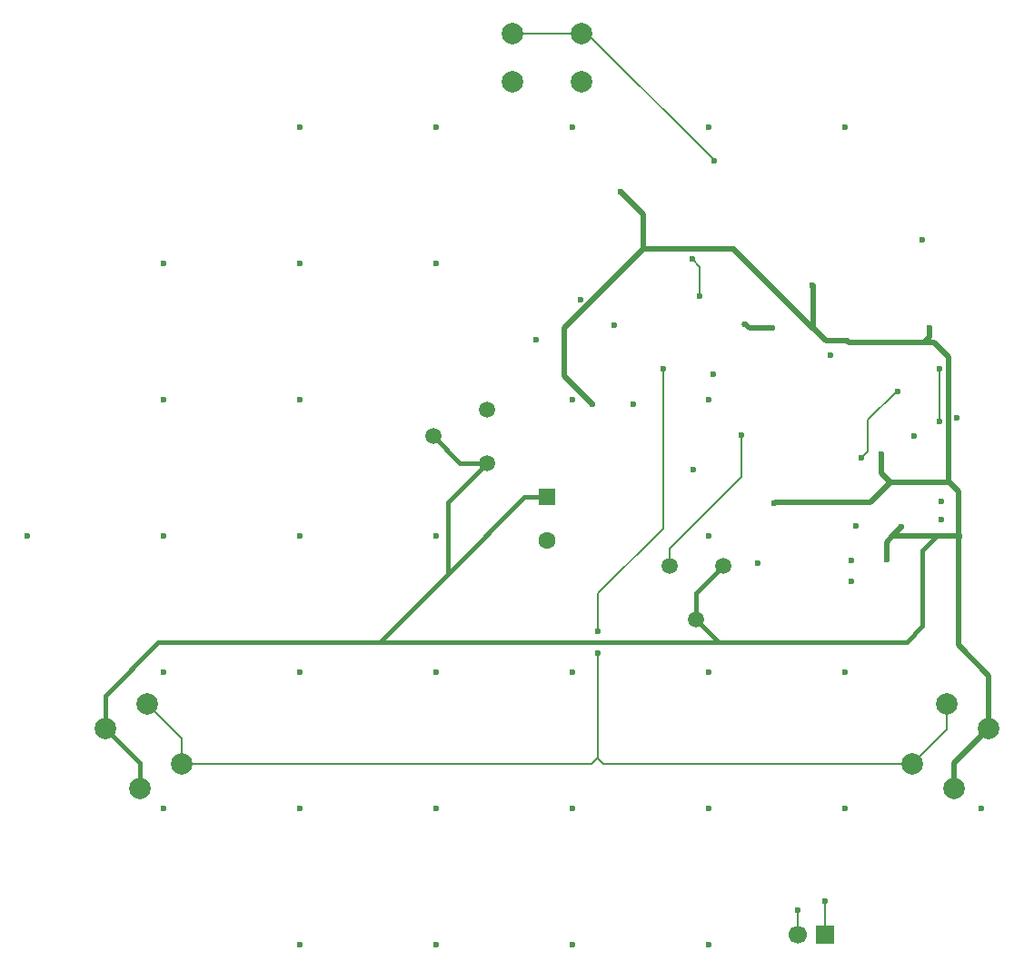
<source format=gbr>
%TF.GenerationSoftware,KiCad,Pcbnew,9.0.1*%
%TF.CreationDate,2025-05-12T19:59:27-03:00*%
%TF.ProjectId,proyecto_desarrollo,70726f79-6563-4746-9f5f-646573617272,rev?*%
%TF.SameCoordinates,Original*%
%TF.FileFunction,Copper,L4,Bot*%
%TF.FilePolarity,Positive*%
%FSLAX46Y46*%
G04 Gerber Fmt 4.6, Leading zero omitted, Abs format (unit mm)*
G04 Created by KiCad (PCBNEW 9.0.1) date 2025-05-12 19:59:27*
%MOMM*%
%LPD*%
G01*
G04 APERTURE LIST*
%TA.AperFunction,ComponentPad*%
%ADD10C,1.498600*%
%TD*%
%TA.AperFunction,ComponentPad*%
%ADD11C,2.000000*%
%TD*%
%TA.AperFunction,ComponentPad*%
%ADD12R,1.700000X1.700000*%
%TD*%
%TA.AperFunction,ComponentPad*%
%ADD13C,1.700000*%
%TD*%
%TA.AperFunction,ComponentPad*%
%ADD14R,1.600000X1.600000*%
%TD*%
%TA.AperFunction,ComponentPad*%
%ADD15C,1.600000*%
%TD*%
%TA.AperFunction,ViaPad*%
%ADD16C,0.600000*%
%TD*%
%TA.AperFunction,Conductor*%
%ADD17C,0.500000*%
%TD*%
%TA.AperFunction,Conductor*%
%ADD18C,0.400000*%
%TD*%
%TA.AperFunction,Conductor*%
%ADD19C,0.200000*%
%TD*%
G04 APERTURE END LIST*
D10*
%TO.P,RV2,1,1*%
%TO.N,+5V*%
X166400000Y-104400000D03*
%TO.P,RV2,2,2*%
X163900000Y-109400000D03*
%TO.P,RV2,3,3*%
%TO.N,Net-(U2-DIS)*%
X161400010Y-104400000D03*
%TD*%
D11*
%TO.P,SW3,1,A*%
%TO.N,/reset*%
X146750000Y-54750000D03*
X153250000Y-54750000D03*
%TO.P,SW3,2,B*%
%TO.N,GND*%
X146750000Y-59250000D03*
X153250000Y-59250000D03*
%TD*%
D12*
%TO.P,J2,1,Pin_1*%
%TO.N,Net-(J2-Pin_1)*%
X175900000Y-138800000D03*
D13*
%TO.P,J2,2,Pin_2*%
%TO.N,Net-(J2-Pin_2)*%
X173360000Y-138800000D03*
%TD*%
D10*
%TO.P,RV1,1,1*%
%TO.N,+5V*%
X144400000Y-94800000D03*
%TO.P,RV1,2,2*%
X139400000Y-92300000D03*
%TO.P,RV1,3,3*%
%TO.N,Net-(U1-DIS)*%
X144400000Y-89800010D03*
%TD*%
D11*
%TO.P,SW1,1,A*%
%TO.N,+5V*%
X191173558Y-119510418D03*
X187923558Y-125139583D03*
%TO.P,SW1,2,B*%
%TO.N,Net-(SW1-B)*%
X187276444Y-117260418D03*
X184026444Y-122889583D03*
%TD*%
%TO.P,SW2,1,A*%
%TO.N,+5V*%
X112076443Y-125139583D03*
X108826443Y-119510418D03*
%TO.P,SW2,2,B*%
%TO.N,Net-(SW1-B)*%
X115973557Y-122889583D03*
X112723557Y-117260418D03*
%TD*%
D14*
%TO.P,BZ1,1,+*%
%TO.N,+5V*%
X150000000Y-98000000D03*
D15*
%TO.P,BZ1,2,-*%
%TO.N,Net-(BZ1--)*%
X150000000Y-102000000D03*
%TD*%
D16*
%TO.N,/reset*%
X165550000Y-66600000D03*
%TO.N,+5V*%
X156850000Y-69550000D03*
X181125000Y-94000000D03*
X174800000Y-82250000D03*
X171150000Y-98550000D03*
X154200000Y-89300000D03*
X185600000Y-82200000D03*
X177900000Y-83400000D03*
X151600000Y-83200000D03*
X188425000Y-101600000D03*
X167325000Y-74850000D03*
X181625000Y-103775000D03*
X183050000Y-100750000D03*
X174750735Y-78200735D03*
%TO.N,GND*%
X165100000Y-101600000D03*
X127000000Y-101600000D03*
X177800000Y-63500000D03*
X149000000Y-83325000D03*
X127000000Y-88900000D03*
X186700000Y-100100000D03*
X165100000Y-63500000D03*
X139700000Y-63500000D03*
X163625000Y-95400000D03*
X139700000Y-76200000D03*
X169675000Y-104175000D03*
X177800000Y-114300000D03*
X165100000Y-114300000D03*
X177800000Y-127000000D03*
X186700000Y-98400000D03*
X101600000Y-101600000D03*
X165100000Y-139700000D03*
X127000000Y-127000000D03*
X184200000Y-92300000D03*
X139700000Y-101600000D03*
X152400000Y-88900000D03*
X190500000Y-127000000D03*
X114300000Y-114300000D03*
X114300000Y-127000000D03*
X178821489Y-100655968D03*
X114300000Y-101600000D03*
X178400000Y-103900000D03*
X139700000Y-114300000D03*
X158000000Y-89300000D03*
X139700000Y-139700000D03*
X152400000Y-127000000D03*
X114300000Y-76200000D03*
X127000000Y-63500000D03*
X152400000Y-114300000D03*
X127000000Y-76200000D03*
X127000000Y-114300000D03*
X153144669Y-79594669D03*
X168450000Y-81850000D03*
X139700000Y-127000000D03*
X152400000Y-139700000D03*
X185000000Y-74000000D03*
X114300000Y-88900000D03*
X171000000Y-82250000D03*
X127000000Y-139700000D03*
X165500000Y-86550000D03*
X165100000Y-88900000D03*
X156250000Y-82000000D03*
X178375000Y-105850000D03*
X188200000Y-90625000D03*
X176425000Y-84725000D03*
X152400000Y-63500000D03*
X165100000Y-127000000D03*
%TO.N,Net-(U5-+)*%
X163512500Y-75762500D03*
X164250000Y-79250000D03*
%TO.N,Net-(U2-DIS)*%
X168125000Y-92200000D03*
%TO.N,Net-(U2-Q)*%
X179300000Y-94300000D03*
X182700000Y-88100000D03*
%TO.N,Net-(SW1-B)*%
X154750000Y-112525000D03*
X154750000Y-110525000D03*
X160800000Y-86000000D03*
%TO.N,/alarm*%
X186600000Y-86000000D03*
X186600000Y-90900000D03*
%TO.N,Net-(J2-Pin_2)*%
X173350000Y-136500000D03*
%TO.N,Net-(J2-Pin_1)*%
X175900000Y-135650000D03*
%TD*%
D17*
%TO.N,+5V*%
X185600000Y-82200000D02*
X185600000Y-83100000D01*
X151600000Y-82200000D02*
X158950000Y-74850000D01*
D18*
X166100000Y-111500000D02*
X183500000Y-111500000D01*
X145000000Y-111500000D02*
X166100000Y-111500000D01*
D17*
X171225000Y-98475000D02*
X180150000Y-98475000D01*
D18*
X140500000Y-105400000D02*
X134400000Y-111500000D01*
X141900000Y-94800000D02*
X139400000Y-92300000D01*
X108826443Y-119510418D02*
X112076443Y-122760418D01*
D17*
X180150000Y-98475000D02*
X182000000Y-96625000D01*
X185100000Y-83600000D02*
X184525000Y-83600000D01*
X187923558Y-122760418D02*
X187923558Y-125139583D01*
D18*
X163900000Y-106900000D02*
X166400000Y-104400000D01*
X144400000Y-94800000D02*
X141900000Y-94800000D01*
X138500000Y-111500000D02*
X145000000Y-111500000D01*
D17*
X186100000Y-83600000D02*
X185100000Y-83600000D01*
X151600000Y-83200000D02*
X151600000Y-82200000D01*
D18*
X163900000Y-109400000D02*
X166000000Y-111500000D01*
D17*
X188350000Y-101525000D02*
X188350000Y-97487925D01*
D18*
X185000000Y-102950000D02*
X186350000Y-101600000D01*
X140900000Y-105000000D02*
X140500000Y-105400000D01*
X147900000Y-98000000D02*
X140900000Y-105000000D01*
D17*
X181125000Y-94000000D02*
X181125000Y-95750000D01*
D18*
X112076443Y-122760418D02*
X112076443Y-125139583D01*
X134400000Y-111500000D02*
X133600000Y-111500000D01*
D17*
X151600000Y-86700000D02*
X154200000Y-89300000D01*
D18*
X108826443Y-116473557D02*
X113800000Y-111500000D01*
X185000000Y-110000000D02*
X185000000Y-102950000D01*
D17*
X187462075Y-96600000D02*
X187350000Y-96600000D01*
D18*
X186350000Y-101600000D02*
X182200000Y-101600000D01*
D17*
X171150000Y-98550000D02*
X171225000Y-98475000D01*
D18*
X144050800Y-94800000D02*
X144400000Y-94800000D01*
D17*
X188350000Y-97487925D02*
X187462075Y-96600000D01*
X188425000Y-101600000D02*
X188425000Y-101750000D01*
D18*
X134350400Y-111500000D02*
X145000000Y-111500000D01*
D17*
X187462075Y-96600000D02*
X187449000Y-96586925D01*
X188425000Y-101600000D02*
X188350000Y-101525000D01*
X187325000Y-96625000D02*
X187350000Y-96600000D01*
X184525000Y-83600000D02*
X178100000Y-83600000D01*
D18*
X140750400Y-98449600D02*
X144400000Y-94800000D01*
X140750400Y-105149600D02*
X140500000Y-105400000D01*
X113800000Y-111500000D02*
X133600000Y-111500000D01*
D17*
X151600000Y-83200000D02*
X151600000Y-86700000D01*
X182000000Y-96625000D02*
X187325000Y-96625000D01*
X188350000Y-101825000D02*
X188350000Y-111775000D01*
X185600000Y-83100000D02*
X185100000Y-83600000D01*
X167325000Y-74850000D02*
X158950000Y-74850000D01*
X174800000Y-82250000D02*
X174725000Y-82250000D01*
X191173558Y-119510418D02*
X187923558Y-122760418D01*
D18*
X133600000Y-111500000D02*
X138500000Y-111500000D01*
D17*
X174800000Y-78250000D02*
X174750735Y-78200735D01*
D18*
X140750400Y-104850400D02*
X140750400Y-98449600D01*
X140750400Y-104850400D02*
X140750400Y-105149600D01*
X147900000Y-98000000D02*
X150000000Y-98000000D01*
D17*
X187449000Y-96586925D02*
X187449000Y-84949000D01*
D18*
X166000000Y-111500000D02*
X166100000Y-111500000D01*
X108826443Y-119510418D02*
X108826443Y-116473557D01*
D17*
X188350000Y-111775000D02*
X191173558Y-114598558D01*
X174800000Y-82250000D02*
X174800000Y-78250000D01*
D18*
X183500000Y-111500000D02*
X185000000Y-110000000D01*
D17*
X158950000Y-74850000D02*
X158950000Y-71650000D01*
X174725000Y-82250000D02*
X167325000Y-74850000D01*
X175950000Y-83400000D02*
X174800000Y-82250000D01*
D18*
X140900000Y-105000000D02*
X140750400Y-104850400D01*
D17*
X178100000Y-83600000D02*
X177900000Y-83400000D01*
X188425000Y-101600000D02*
X182200000Y-101600000D01*
D18*
X163900000Y-109400000D02*
X163900000Y-106900000D01*
D17*
X182200000Y-101600000D02*
X181625000Y-102175000D01*
X183050000Y-100750000D02*
X182200000Y-101600000D01*
X181625000Y-102175000D02*
X181625000Y-103775000D01*
X177900000Y-83400000D02*
X175950000Y-83400000D01*
X158950000Y-71650000D02*
X156850000Y-69550000D01*
X188425000Y-101750000D02*
X188350000Y-101825000D01*
X187449000Y-84949000D02*
X186100000Y-83600000D01*
X181125000Y-95750000D02*
X182000000Y-96625000D01*
X191173558Y-114598558D02*
X191173558Y-119510418D01*
%TO.N,GND*%
X168450000Y-81850000D02*
X168850000Y-82250000D01*
X168450000Y-81850000D02*
X168400000Y-81850000D01*
X168850000Y-82250000D02*
X171000000Y-82250000D01*
D19*
%TO.N,/reset*%
X146750000Y-54750000D02*
X153250000Y-54750000D01*
%TO.N,Net-(U5-+)*%
X164250000Y-76500000D02*
X164250000Y-79250000D01*
X163512500Y-75762500D02*
X164250000Y-76500000D01*
%TO.N,Net-(U2-DIS)*%
X168125000Y-96075000D02*
X168125000Y-92200000D01*
X161400010Y-102799990D02*
X168125000Y-96075000D01*
X161400010Y-104400000D02*
X161400010Y-102799990D01*
%TO.N,Net-(U2-Q)*%
X182600000Y-88100000D02*
X182700000Y-88100000D01*
X179900000Y-90800000D02*
X182600000Y-88100000D01*
X179300000Y-94300000D02*
X179900000Y-93700000D01*
X179900000Y-93700000D02*
X179900000Y-90800000D01*
%TO.N,Net-(SW1-B)*%
X154750000Y-106975000D02*
X160800000Y-100925000D01*
X184026444Y-122889583D02*
X155264583Y-122889583D01*
X155264583Y-122889583D02*
X154725000Y-122350000D01*
X112723557Y-117260418D02*
X115973557Y-120510418D01*
X160800000Y-100925000D02*
X160800000Y-86000000D01*
X187276444Y-119639583D02*
X187276444Y-117260418D01*
X184026444Y-122889583D02*
X187276444Y-119639583D01*
X154725000Y-112550000D02*
X154725000Y-122300000D01*
X154750000Y-112525000D02*
X154725000Y-112550000D01*
X154725000Y-122300000D02*
X154135417Y-122889583D01*
X154135417Y-122889583D02*
X115973557Y-122889583D01*
X115973557Y-120510418D02*
X115973557Y-122889583D01*
X154750000Y-110525000D02*
X154750000Y-106975000D01*
%TO.N,/alarm*%
X186600000Y-86000000D02*
X186600000Y-90900000D01*
%TO.N,Net-(J2-Pin_2)*%
X173350000Y-136500000D02*
X173350000Y-138790000D01*
X173350000Y-138790000D02*
X173360000Y-138800000D01*
%TO.N,Net-(J2-Pin_1)*%
X175900000Y-135650000D02*
X175900000Y-138800000D01*
%TO.N,/reset*%
X153750000Y-54750000D02*
X165550000Y-66550000D01*
X153250000Y-54750000D02*
X153750000Y-54750000D01*
X165550000Y-66550000D02*
X165550000Y-66600000D01*
%TD*%
M02*

</source>
